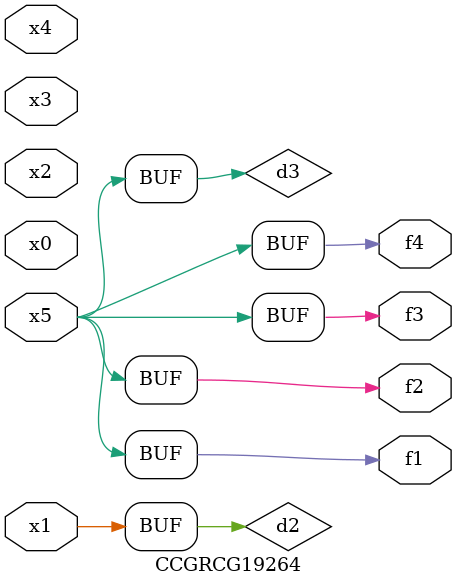
<source format=v>
module CCGRCG19264(
	input x0, x1, x2, x3, x4, x5,
	output f1, f2, f3, f4
);

	wire d1, d2, d3;

	not (d1, x5);
	or (d2, x1);
	xnor (d3, d1);
	assign f1 = d3;
	assign f2 = d3;
	assign f3 = d3;
	assign f4 = d3;
endmodule

</source>
